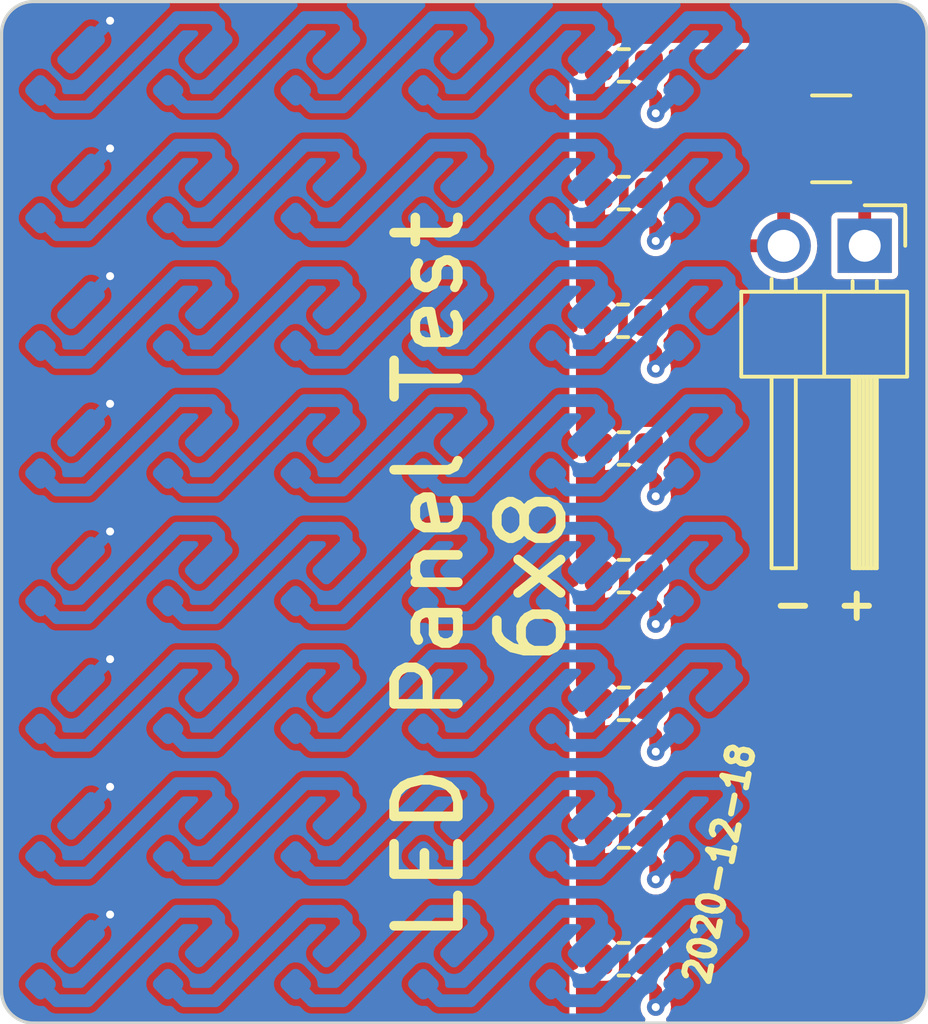
<source format=kicad_pcb>
(kicad_pcb (version 20221018) (generator pcbnew)
  (title_block (title "Led Panel") (date "2020-12-18") (rev "r1.0"))
  (layers (0 "F.Cu" signal) (31 "B.Cu" signal) (34 "B.Paste" user) (35 "F.Paste" user) (36 "B.SilkS" user "B.Silkscreen") (37 "F.SilkS" user "F.Silkscreen") (38 "B.Mask" user) (39 "F.Mask" user) (44 "Edge.Cuts" user))
  (net 0 "")
  (net 1 "GND")
  (net 2 "Net-(C1-Pad1)")
  (net 3 "Net-(D1-Pad1)")
  (net 4 "Net-(D5-Pad1)")
  (net 5 "Net-(D6-Pad1)")
  (net 6 "Net-(D7-Pad1)")
  (net 7 "Net-(D8-Pad1)")
  (net 8 "Net-(D2-Pad1)")
  (net 9 "Net-(D3-Pad1)")
  (net 10 "Net-(D4-Pad1)")
  (net 11 "Net-(D25-Pad1)")
  (net 12 "Net-(D26-Pad1)")
  (net 13 "Net-(D27-Pad1)")
  (net 14 "Net-(D10-Pad2)")
  (net 15 "Net-(D10-Pad1)")
  (net 16 "Net-(D11-Pad1)")
  (net 17 "Net-(D12-Pad1)")
  (net 18 "Net-(D13-Pad1)")
  (net 19 "Net-(D14-Pad1)")
  (net 20 "Net-(D15-Pad1)")
  (net 21 "Net-(D28-Pad1)")
  (net 22 "Net-(D16-Pad1)")
  (net 23 "Net-(D17-Pad1)")
  (net 24 "Net-(D29-Pad1)")
  (net 25 "Net-(D19-Pad1)")
  (net 26 "Net-(D20-Pad1)")
  (net 27 "Net-(D21-Pad1)")
  (net 28 "Net-(D30-Pad1)")
  (net 29 "Net-(D22-Pad1)")
  (net 30 "Net-(D23-Pad1)")
  (net 31 "Net-(D31-Pad1)")
  (net 32 "Net-(D18-Pad1)")
  (net 33 "Net-(D24-Pad1)")
  (net 34 "Net-(D32-Pad1)")
  (net 35 "Net-(D33-Pad1)")
  (net 36 "Net-(D34-Pad1)")
  (net 37 "Net-(D35-Pad1)")
  (net 38 "Net-(D36-Pad1)")
  (net 39 "Net-(D37-Pad1)")
  (net 40 "Net-(D38-Pad1)")
  (net 41 "Net-(D39-Pad1)")
  (net 42 "Net-(D40-Pad1)")
  (net 43 "Net-(D41-Pad1)")
  (net 44 "Net-(D42-Pad1)")
  (net 45 "Net-(D43-Pad1)")
  (net 46 "Net-(D44-Pad1)")
  (net 47 "Net-(D45-Pad1)")
  (net 48 "Net-(D46-Pad1)")
  (net 49 "Net-(D47-Pad1)")
  (net 50 "Net-(D48-Pad1)")
  (footprint "Resistor_SMD:R_0603_1608Metric" (layer "F.Cu") (at 177.5 100)
    (fp_text reference "R4" hide)
    (fp_text value "10R" hide)
  )
  (footprint "Resistor_SMD:R_0603_1608Metric" (layer "F.Cu") (at 177.5 112)
    (fp_text reference "R7" hide)
    (fp_text value "10R" hide)
  )
  (footprint "Resistor_SMD:R_0603_1608Metric" (layer "F.Cu") (at 177.5 92)
    (fp_text reference "R2" hide)
    (fp_text value "10R" hide)
  )
  (footprint "Connector_PinHeader_2.54mm:PinHeader_1x02_P2.54mm_Horizontal" (layer "F.Cu") (at 185.05 93.65 -90)
    (fp_text reference "J1" hide)
    (fp_text value "Conn_01x02_Male" hide)
  )
  (footprint "Resistor_SMD:R_0603_1608Metric" (layer "F.Cu") (at 177.475 96)
    (fp_text reference "R3" hide)
    (fp_text value "10R" hide)
  )
  (footprint "Capacitor_SMD:C_1210_3225Metric" (layer "F.Cu") (at 184 90.3 180)
    (fp_text reference "C1" hide)
    (fp_text value "22uF" hide)
  )
  (footprint "gkl_logos:gsd_logo_small" (layer "F.Cu") (at 184.5 116.5)
    (fp_text reference "G***" hide)
    (fp_text value "LOGO" hide)
  )
  (footprint "gkl_logos:oshw_small" (layer "F.Cu") (at 182.5 113)
    (fp_text reference "G***" hide)
    (fp_text value "LOGO" hide)
  )
  (footprint "Resistor_SMD:R_0603_1608Metric" (layer "F.Cu") (at 177.5 116)
    (fp_text reference "R8" hide)
    (fp_text value "10R" hide)
  )
  (footprint "Resistor_SMD:R_0603_1608Metric" (layer "F.Cu") (at 177.5 108)
    (fp_text reference "R6" hide)
    (fp_text value "10R" hide)
  )
  (footprint "Resistor_SMD:R_0603_1608Metric" (layer "F.Cu") (at 177.5 104)
    (fp_text reference "R5" hide)
    (fp_text value "10R" hide)
  )
  (footprint "Resistor_SMD:R_0603_1608Metric" (layer "F.Cu") (at 177.5 88)
    (fp_text reference "R1" hide)
    (fp_text value "10R" hide)
  )
  (footprint "gsd-footprints:LED_LUXEON_3014" (layer "B.Cu") (at 172 112 45)
    (fp_text reference "D40" hide)
    (fp_text value "LED_ALT" hide)
  )
  (footprint "gsd-footprints:LED_LUXEON_3014" (layer "B.Cu") (at 172 100 45)
    (fp_text reference "D22" hide)
    (fp_text value "LED_ALT" hide)
  )
  (footprint "gsd-footprints:LED_LUXEON_3014" (layer "B.Cu") (at 160 92 45)
    (fp_text reference "D7" hide)
    (fp_text value "LED_ALT" hide)
  )
  (footprint "gsd-footprints:LED_LUXEON_3014" (layer "B.Cu") (at 180 92 45)
    (fp_text reference "D12" hide)
    (fp_text value "LED_ALT" hide)
  )
  (footprint "gsd-footprints:LED_LUXEON_3014" (layer "B.Cu") (at 168 104 45)
    (fp_text reference "D27" hide)
    (fp_text value "LED_ALT" hide)
  )
  (footprint "gsd-footprints:LED_LUXEON_3014" (layer "B.Cu") (at 176 112 45)
    (fp_text reference "D41" hide)
    (fp_text value "LED_ALT" hide)
  )
  (footprint "gsd-footprints:LED_LUXEON_3014" (layer "B.Cu") (at 176 108 45)
    (fp_text reference "D35" hide)
    (fp_text value "LED_ALT" hide)
  )
  (footprint "gsd-footprints:LED_LUXEON_3014" (layer "B.Cu") (at 168 100 45)
    (fp_text reference "D21" hide)
    (fp_text value "LED_ALT" hide)
  )
  (footprint "gsd-footprints:LED_LUXEON_3014" (layer "B.Cu") (at 172 108 45)
    (fp_text reference "D34" hide)
    (fp_text value "LED_ALT" hide)
  )
  (footprint "gsd-footprints:LED_LUXEON_3014" (layer "B.Cu") (at 160 112 45)
    (fp_text reference "D37" hide)
    (fp_text value "LED_ALT" hide)
  )
  (footprint "gsd-footprints:LED_LUXEON_3014" (layer "B.Cu") (at 164 100 45)
    (fp_text reference "D20" hide)
    (fp_text value "LED_ALT" hide)
  )
  (footprint "gsd-footprints:LED_LUXEON_3014" (layer "B.Cu") (at 164 96 45)
    (fp_text reference "D14" hide)
    (fp_text value "LED_ALT" hide)
  )
  (footprint "gsd-footprints:LED_LUXEON_3014" (layer "B.Cu") (at 160 116 45)
    (fp_text reference "D43" hide)
    (fp_text value "LED_ALT" hide)
  )
  (footprint "gsd-footprints:LED_LUXEON_3014" (layer "B.Cu") (at 160 104 45)
    (fp_text reference "D25" hide)
    (fp_text value "LED_ALT" hide)
  )
  (footprint "gsd-footprints:LED_LUXEON_3014" (layer "B.Cu") (at 176 100 45)
    (fp_text reference "D23" hide)
    (fp_text value "LED_ALT" hide)
  )
  (footprint "gsd-footprints:LED_LUXEON_3014" (layer "B.Cu") (at 164 108 45)
    (fp_text reference "D32" hide)
    (fp_text value "LED_ALT" hide)
  )
  (footprint "gsd-footprints:LED_LUXEON_3014" (layer "B.Cu") (at 160 88 45)
    (fp_text reference "D1" hide)
    (fp_text value "LED_ALT" hide)
  )
  (footprint "gsd-footprints:LED_LUXEON_3014" (layer "B.Cu") (at 176 88 45)
    (fp_text reference "D5" hide)
    (fp_text value "LED_ALT" hide)
  )
  (footprint "gsd-footprints:LED_LUXEON_3014" (layer "B.Cu") (at 164 88 45)
    (fp_text reference "D2" hide)
    (fp_text value "LED_ALT" hide)
  )
  (footprint "gsd-footprints:LED_LUXEON_3014" (layer "B.Cu") (at 160 96 45)
    (fp_text reference "D13" hide)
    (fp_text value "LED_ALT" hide)
  )
  (footprint "gsd-footprints:LED_LUXEON_3014" (layer "B.Cu") (at 180 100 45)
    (fp_text reference "D24" hide)
    (fp_text value "LED_ALT" hide)
  )
  (footprint "gsd-footprints:LED_LUXEON_3014" (layer "B.Cu") (at 164 112 45)
    (fp_text reference "D38" hide)
    (fp_text value "LED_ALT" hide)
  )
  (footprint "gsd-footprints:LED_LUXEON_3014" (layer "B.Cu") (at 176 92 45)
    (fp_text reference "D11" hide)
    (fp_text value "LED_ALT" hide)
  )
  (footprint "gsd-footprints:LED_LUXEON_3014" (layer "B.Cu") (at 180 104 45)
    (fp_text reference "D30" hide)
    (fp_text value "LED_ALT" hide)
  )
  (footprint "gsd-footprints:LED_LUXEON_3014" (layer "B.Cu") (at 180 88 45)
    (fp_text reference "D6" hide)
    (fp_text value "LED_ALT" hide)
  )
  (footprint "gsd-footprints:LED_LUXEON_3014" (layer "B.Cu") (at 180 116 45)
    (fp_text reference "D48" hide)
    (fp_text value "LED_ALT" hide)
  )
  (footprint "gsd-footprints:LED_LUXEON_3014" (layer "B.Cu") (at 176 104 45)
    (fp_text reference "D29" hide)
    (fp_text value "LED_ALT" hide)
  )
  (footprint "gsd-footprints:LED_LUXEON_3014" (layer "B.Cu") (at 172 88 45)
    (fp_text reference "D4" hide)
    (fp_text value "LED_ALT" hide)
  )
  (footprint "gsd-footprints:LED_LUXEON_3014" (layer "B.Cu") (at 168 96 45)
    (fp_text reference "D15" hide)
    (fp_text value "LED_ALT" hide)
  )
  (footprint "gsd-footprints:LED_LUXEON_3014" (layer "B.Cu") (at 164 92 45)
    (fp_text reference "D8" hide)
    (fp_text value "LED_ALT" hide)
  )
  (footprint "gsd-footprints:LED_LUXEON_3014" (layer "B.Cu") (at 164 104 45)
    (fp_text reference "D26" hide)
    (fp_text value "LED_ALT" hide)
  )
  (footprint "gsd-footprints:LED_LUXEON_3014" (layer "B.Cu") (at 164 116 45)
    (fp_text reference "D44" hide)
    (fp_text value "LED_ALT" hide)
  )
  (footprint "gsd-footprints:LED_LUXEON_3014" (layer "B.Cu") (at 168 116 45)
    (fp_text reference "D45" hide)
    (fp_text value "LED_ALT" hide)
  )
  (footprint "gsd-footprints:LED_LUXEON_3014" (layer "B.Cu") (at 180 108 45)
    (fp_text reference "D36" hide)
    (fp_text value "LED_ALT" hide)
  )
  (footprint "gsd-footprints:LED_LUXEON_3014" (layer "B.Cu") (at 160 100 45)
    (fp_text reference "D19" hide)
    (fp_text value "LED_ALT" hide)
  )
  (footprint "gsd-footprints:LED_LUXEON_3014" (layer "B.Cu") (at 168 88 45)
    (fp_text reference "D3" hide)
    (fp_text value "LED_ALT" hide)
  )
  (footprint "gsd-footprints:LED_LUXEON_3014" (layer "B.Cu") (at 176 116 45)
    (fp_text reference "D47" hide)
    (fp_text value "LED_ALT" hide)
  )
  (footprint "gsd-footprints:LED_LUXEON_3014" (layer "B.Cu") (at 168 92 45)
    (fp_text reference "D9" hide)
    (fp_text value "LED_ALT" hide)
  )
  (footprint "gsd-footprints:LED_LUXEON_3014" (layer "B.Cu") (at 168 112 45)
    (fp_text reference "D39" hide)
    (fp_text value "LED_ALT" hide)
  )
  (footprint "gsd-footprints:LED_LUXEON_3014" (layer "B.Cu") (at 160 108 45)
    (fp_text reference "D31" hide)
    (fp_text value "LED_ALT" hide)
  )
  (footprint "gsd-footprints:LED_LUXEON_3014" (layer "B.Cu") (at 172 116 45)
    (fp_text reference "D46" hide)
    (fp_text value "LED_ALT" hide)
  )
  (footprint "gsd-footprints:LED_LUXEON_3014" (layer "B.Cu") (at 180 112 45)
    (fp_text reference "D42" hide)
    (fp_text value "LED_ALT" hide)
  )
  (footprint "gsd-footprints:LED_LUXEON_3014" (layer "B.Cu") (at 180 96 45)
    (fp_text reference "D18" hide)
    (fp_text value "LED_ALT" hide)
  )
  (footprint "gsd-footprints:LED_LUXEON_3014" (layer "B.Cu") (at 172 92 45)
    (fp_text reference "D10" hide)
    (fp_text value "LED_ALT" hide)
  )
  (footprint "gsd-footprints:LED_LUXEON_3014" (layer "B.Cu") (at 168 108 45)
    (fp_text reference "D33" hide)
    (fp_text value "LED_ALT" hide)
  )
  (footprint "gsd-footprints:LED_LUXEON_3014" (layer "B.Cu") (at 172 104 45)
    (fp_text reference "D28" hide)
    (fp_text value "LED_ALT" hide)
  )
  (footprint "gsd-footprints:LED_LUXEON_3014" (layer "B.Cu") (at 172 96 45)
    (fp_text reference "D16" hide)
    (fp_text value "LED_ALT" hide)
  )
  (footprint "gsd-footprints:LED_LUXEON_3014" (layer "B.Cu") (at 176 96 45)
    (fp_text reference "D17" hide)
    (fp_text value "LED_ALT" hide)
  )
  (gr_line (start 159 86) (end 186 86) (stroke (width 0.1)) (layer "Edge.Cuts"))
  (gr_arc (start 157.999999 86.999999) (mid 158.292893 86.292893) (end 159 86) (stroke (width 0.1)) (layer "Edge.Cuts"))
  (gr_arc (start 187 117) (mid 186.707107 117.707107) (end 186 118) (stroke (width 0.1)) (layer "Edge.Cuts"))
  (gr_arc (start 159 118) (mid 158.292893 117.707107) (end 158 117) (stroke (width 0.1)) (layer "Edge.Cuts"))
  (gr_arc (start 186 86) (mid 186.707107 86.292893) (end 187 87) (stroke (width 0.1)) (layer "Edge.Cuts"))
  (gr_line (start 186 118) (end 159 118) (stroke (width 0.1)) (layer "Edge.Cuts"))
  (gr_line (start 158 117) (end 157.999999 87.000001) (stroke (width 0.1)) (layer "Edge.Cuts"))
  (gr_line (start 187 87) (end 187 117) (stroke (width 0.1)) (layer "Edge.Cuts"))
  (gr_text "2020-12-18" (at 180.5 113 79) (layer "F.SilkS") (effects (font (size 0.8 0.75) (thickness 0.1875))))
  (gr_text "LED Panel Test\n6x8" (at 173 104 90) (layer "F.SilkS") (effects (font (size 2 2) (thickness 0.3))))
  (gr_text "+ -" (at 183.8 105 180) (layer "F.SilkS") (effects (font (size 1 1) (thickness 0.1875))))
  (segment (start 176.7125 94.5125) (end 176.7125 116) (width 0.4) (layer "F.Cu") (net 1))
  (segment (start 182.6 90.3) (end 182.6 92.1) (width 0.4) (layer "F.Cu") (net 1))
  (segment (start 180.55 93.65) (end 179.6875 94.5125) (width 0.4) (layer "F.Cu") (net 1))
  (segment (start 182.6 92.1) (end 182.51 92.19) (width 0.4) (layer "F.Cu") (net 1))
  (segment (start 182.51 93.65) (end 180.55 93.65) (width 0.4) (layer "F.Cu") (net 1))
  (segment (start 176.7125 88) (end 176.7125 94.5125) (width 0.4) (layer "F.Cu") (net 1))
  (segment (start 179.6875 94.5125) (end 176.7125 94.5125) (width 0.4) (layer "F.Cu") (net 1))
  (segment (start 182.51 92.19) (end 182.51 93.65) (width 0.4) (layer "F.Cu") (net 1))
  (segment (start 165.6 88.6) (end 161.4 88.6) (width 0.4) (layer "F.Cu") (net 2))
  (segment (start 161.4 86.6) (end 161.4 88.6) (width 0.4) (layer "F.Cu") (net 2))
  (segment (start 181.5 86.8) (end 184 86.8) (width 0.4) (layer "F.Cu") (net 2))
  (segment (start 161.4 90.6) (end 161.4 114.6) (width 0.4) (layer "F.Cu") (net 2))
  (segment (start 185.05 91.95) (end 185.05 93.65) (width 0.4) (layer "F.Cu") (net 2))
  (segment (start 184 86.8) (end 185.4 88.2) (width 0.4) (layer "F.Cu") (net 2))
  (segment (start 181.5 86.8) (end 167.4 86.8) (width 0.4) (layer "F.Cu") (net 2))
  (segment (start 167.4 86.8) (end 165.6 88.6) (width 0.4) (layer "F.Cu") (net 2))
  (segment (start 185.4 88.2) (end 185.4 90.3) (width 0.4) (layer "F.Cu") (net 2))
  (segment (start 185.4 90.3) (end 185.4 91.6) (width 0.4) (layer "F.Cu") (net 2))
  (segment (start 185.4 91.6) (end 185.05 91.95) (width 0.4) (layer "F.Cu") (net 2))
  (segment (start 161.4 88.6) (end 161.4 90.6) (width 0.4) (layer "F.Cu") (net 2))
  (via (at 161.4 86.6) (size 0.55) (drill 0.25) (layers "F.Cu" "B.Cu") (net 2))
  (via (at 161.4 110.6) (size 0.55) (drill 0.25) (layers "F.Cu" "B.Cu") (net 2))
  (via (at 161.4 114.6) (size 0.55) (drill 0.25) (layers "F.Cu" "B.Cu") (net 2))
  (via (at 161.4 90.6) (size 0.55) (drill 0.25) (layers "F.Cu" "B.Cu") (net 2))
  (via (at 161.4 94.6) (size 0.55) (drill 0.25) (layers "F.Cu" "B.Cu") (net 2))
  (via (at 161.4 106.6) (size 0.55) (drill 0.25) (layers "F.Cu" "B.Cu") (net 2))
  (via (at 161.4 98.6) (size 0.55) (drill 0.25) (layers "F.Cu" "B.Cu") (net 2))
  (via (at 161.4 102.6) (size 0.55) (drill 0.25) (layers "F.Cu" "B.Cu") (net 2))
  (segment (start 160.491439 103.508561) (end 161.4 102.6) (width 0.4) (layer "B.Cu") (net 2))
  (segment (start 160.491439 111.508561) (end 161.4 110.6) (width 0.4) (layer "B.Cu") (net 2))
  (segment (start 160.491439 95.508561) (end 161.4 94.6) (width 0.4) (layer "B.Cu") (net 2))
  (segment (start 160.491439 99.508561) (end 161.4 98.6) (width 0.4) (layer "B.Cu") (net 2))
  (segment (start 160.491439 115.508561) (end 161.4 114.6) (width 0.4) (layer "B.Cu") (net 2))
  (segment (start 160.491439 107.508561) (end 161.4 106.6) (width 0.4) (layer "B.Cu") (net 2))
  (segment (start 160.491439 87.508561) (end 161.4 86.6) (width 0.4) (layer "B.Cu") (net 2))
  (segment (start 160.491439 91.508561) (end 161.4 90.6) (width 0.4) (layer "B.Cu") (net 2))
  (segment (start 164.3 86.5) (end 164.6 86.5) (width 0.4) (layer "B.Cu") (net 3))
  (segment (start 164.3 86.5) (end 163.5 86.5) (width 0.4) (layer "B.Cu") (net 3))
  (segment (start 160.7 89.3) (end 159.737294 89.3) (width 0.4) (layer "B.Cu") (net 3))
  (segment (start 164.6 86.5) (end 164.8 86.7) (width 0.4) (layer "B.Cu") (net 3))
  (segment (start 164.8 87.2) (end 164.8 86.7) (width 0.4) (layer "B.Cu") (net 3))
  (segment (start 164.491439 87.508561) (end 164.8 87.2) (width 0.4) (layer "B.Cu") (net 3))
  (segment (start 163.5 86.5) (end 160.7 89.3) (width 0.4) (layer "B.Cu") (net 3))
  (segment (start 159.737294 89.3) (end 159.218647 88.781353) (width 0.4) (layer "B.Cu") (net 3))
  (segment (start 180.8 87.2) (end 180.8 86.7) (width 0.4) (layer "B.Cu") (net 4))
  (segment (start 176.7 89.3) (end 175.737294 89.3) (width 0.4) (layer "B.Cu") (net 4))
  (segment (start 180.491439 87.508561) (end 180.8 87.2) (width 0.4) (layer "B.Cu") (net 4))
  (segment (start 179.5 86.5) (end 176.7 89.3) (width 0.4) (layer "B.Cu") (net 4))
  (segment (start 180.3 86.5) (end 179.5 86.5) (width 0.4) (layer "B.Cu") (net 4))
  (segment (start 180.3 86.5) (end 180.6 86.5) (width 0.4) (layer "B.Cu") (net 4))
  (segment (start 180.6 86.5) (end 180.8 86.7) (width 0.4) (layer "B.Cu") (net 4))
  (segment (start 175.737294 89.3) (end 175.218647 88.781353) (width 0.4) (layer "B.Cu") (net 4))
  (segment (start 178.5 89) (end 178.5 89.5) (width 0.4) (layer "F.Cu") (net 5))
  (segment (start 178.2875 88) (end 178.3 88.0125) (width 0.4) (layer "F.Cu") (net 5))
  (segment (start 178.3 88.0125) (end 178.3 88.8) (width 0.4) (layer "F.Cu") (net 5))
  (segment (start 178.3 88.8) (end 178.5 89) (width 0.4) (layer "F.Cu") (net 5))
  (via (at 178.5 89.5) (size 0.55) (drill 0.25) (layers "F.Cu" "B.Cu") (net 5))
  (segment (start 178.5 89.5) (end 179.218647 88.781353) (width 0.4) (layer "B.Cu") (net 5))
  (segment (start 164.3 90.5) (end 164.6 90.5) (width 0.4) (layer "B.Cu") (net 6))
  (segment (start 164.6 90.5) (end 164.8 90.7) (width 0.4) (layer "B.Cu") (net 6))
  (segment (start 159.737294 93.3) (end 159.218647 92.781353) (width 0.4) (layer "B.Cu") (net 6))
  (segment (start 164.3 90.5) (end 163.5 90.5) (width 0.4) (layer "B.Cu") (net 6))
  (segment (start 160.7 93.3) (end 159.737294 93.3) (width 0.4) (layer "B.Cu") (net 6))
  (segment (start 164.491439 91.508561) (end 164.8 91.2) (width 0.4) (layer "B.Cu") (net 6))
  (segment (start 163.5 90.5) (end 160.7 93.3) (width 0.4) (layer "B.Cu") (net 6))
  (segment (start 164.8 91.2) (end 164.8 90.7) (width 0.4) (layer "B.Cu") (net 6))
  (segment (start 164.7 93.3) (end 163.737294 93.3) (width 0.4) (layer "B.Cu") (net 7))
  (segment (start 168.491439 91.508561) (end 168.8 91.2) (width 0.4) (layer "B.Cu") (net 7))
  (segment (start 168.8 91.2) (end 168.8 90.7) (width 0.4) (layer "B.Cu") (net 7))
  (segment (start 163.737294 93.3) (end 163.218647 92.781353) (width 0.4) (layer "B.Cu") (net 7))
  (segment (start 168.3 90.5) (end 168.6 90.5) (width 0.4) (layer "B.Cu") (net 7))
  (segment (start 168.6 90.5) (end 168.8 90.7) (width 0.4) (layer "B.Cu") (net 7))
  (segment (start 167.5 90.5) (end 164.7 93.3) (width 0.4) (layer "B.Cu") (net 7))
  (segment (start 168.3 90.5) (end 167.5 90.5) (width 0.4) (layer "B.Cu") (net 7))
  (segment (start 168.3 86.5) (end 168.6 86.5) (width 0.4) (layer "B.Cu") (net 8))
  (segment (start 168.3 86.5) (end 167.5 86.5) (width 0.4) (layer "B.Cu") (net 8))
  (segment (start 168.6 86.5) (end 168.8 86.7) (width 0.4) (layer "B.Cu") (net 8))
  (segment (start 163.737294 89.3) (end 163.218647 88.781353) (width 0.4) (layer "B.Cu") (net 8))
  (segment (start 168.491439 87.508561) (end 168.8 87.2) (width 0.4) (layer "B.Cu") (net 8))
  (segment (start 164.7 89.3) (end 163.737294 89.3) (width 0.4) (layer "B.Cu") (net 8))
  (segment (start 167.5 86.5) (end 164.7 89.3) (width 0.4) (layer "B.Cu") (net 8))
  (segment (start 168.8 87.2) (end 168.8 86.7) (width 0.4) (layer "B.Cu") (net 8))
  (segment (start 171.5 86.5) (end 168.7 89.3) (width 0.4) (layer "B.Cu") (net 9))
  (segment (start 172.6 86.5) (end 172.8 86.7) (width 0.4) (layer "B.Cu") (net 9))
  (segment (start 167.737294 89.3) (end 167.218647 88.781353) (width 0.4) (layer "B.Cu") (net 9))
  (segment (start 172.8 87.2) (end 172.8 86.7) (width 0.4) (layer "B.Cu") (net 9))
  (segment (start 172.3 86.5) (end 172.6 86.5) (width 0.4) (layer "B.Cu") (net 9))
  (segment (start 172.3 86.5) (end 171.5 86.5) (width 0.4) (layer "B.Cu") (net 9))
  (segment (start 168.7 89.3) (end 167.737294 89.3) (width 0.4) (layer "B.Cu") (net 9))
  (segment (start 172.491439 87.508561) (end 172.8 87.2) (width 0.4) (layer "B.Cu") (net 9))
  (segment (start 176.3 86.5) (end 176.6 86.5) (width 0.4) (layer "B.Cu") (net 10))
  (segment (start 176.6 86.5) (end 176.8 86.7) (width 0.4) (layer "B.Cu") (net 10))
  (segment (start 176.8 87.2) (end 176.8 86.7) (width 0.4) (layer "B.Cu") (net 10))
  (segment (start 176.3 86.5) (end 175.5 86.5) (width 0.4) (layer "B.Cu") (net 10))
  (segment (start 176.491439 87.508561) (end 176.8 87.2) (width 0.4) (layer "B.Cu") (net 10))
  (segment (start 172.7 89.3) (end 171.737294 89.3) (width 0.4) (layer "B.Cu") (net 10))
  (segment (start 175.5 86.5) (end 172.7 89.3) (width 0.4) (layer "B.Cu") (net 10))
  (segment (start 171.737294 89.3) (end 171.218647 88.781353) (width 0.4) (layer "B.Cu") (net 10))
  (segment (start 164.491439 103.508561) (end 164.8 103.2) (width 0.4) (layer "B.Cu") (net 11))
  (segment (start 160.7 105.3) (end 159.737294 105.3) (width 0.4) (layer "B.Cu") (net 11))
  (segment (start 163.5 102.5) (end 160.7 105.3) (width 0.4) (layer "B.Cu") (net 11))
  (segment (start 164.3 102.5) (end 163.5 102.5) (width 0.4) (layer "B.Cu") (net 11))
  (segment (start 164.8 103.2) (end 164.8 102.7) (width 0.4) (layer "B.Cu") (net 11))
  (segment (start 164.6 102.5) (end 164.8 102.7) (width 0.4) (layer "B.Cu") (net 11))
  (segment (start 159.737294 105.3) (end 159.218647 104.781353) (width 0.4) (layer "B.Cu") (net 11))
  (segment (start 164.3 102.5) (end 164.6 102.5) (width 0.4) (layer "B.Cu") (net 11))
  (segment (start 164.7 105.3) (end 163.737294 105.3) (width 0.4) (layer "B.Cu") (net 12))
  (segment (start 163.737294 105.3) (end 163.218647 104.781353) (width 0.4) (layer "B.Cu") (net 12))
  (segment (start 168.3 102.5) (end 168.6 102.5) (width 0.4) (layer "B.Cu") (net 12))
  (segment (start 168.491439 103.508561) (end 168.8 103.2) (width 0.4) (layer "B.Cu") (net 12))
  (segment (start 168.8 103.2) (end 168.8 102.7) (width 0.4) (layer "B.Cu") (net 12))
  (segment (start 168.6 102.5) (end 168.8 102.7) (width 0.4) (layer "B.Cu") (net 12))
  (segment (start 167.5 102.5) (end 164.7 105.3) (width 0.4) (layer "B.Cu") (net 12))
  (segment (start 168.3 102.5) (end 167.5 102.5) (width 0.4) (layer "B.Cu") (net 12))
  (segment (start 167.737294 105.3) (end 167.218647 104.781353) (width 0.4) (layer "B.Cu") (net 13))
  (segment (start 172.6 102.5) (end 172.8 102.7) (width 0.4) (layer "B.Cu") (net 13))
  (segment (start 171.5 102.5) (end 168.7 105.3) (width 0.4) (layer "B.Cu") (net 13))
  (segment (start 172.3 102.5) (end 171.5 102.5) (width 0.4) (layer "B.Cu") (net 13))
  (segment (start 168.7 105.3) (end 167.737294 105.3) (width 0.4) (layer "B.Cu") (net 13))
  (segment (start 172.8 103.2) (end 172.8 102.7) (width 0.4) (layer "B.Cu") (net 13))
  (segment (start 172.3 102.5) (end 172.6 102.5) (width 0.4) (layer "B.Cu") (net 13))
  (segment (start 172.491439 103.508561) (end 172.8 103.2) (width 0.4) (layer "B.Cu") (net 13))
  (segment (start 172.6 90.5) (end 172.8 90.7) (width 0.4) (layer "B.Cu") (net 14))
  (segment (start 171.5 90.5) (end 168.7 93.3) (width 0.4) (layer "B.Cu") (net 14))
  (segment (start 172.3 90.5) (end 172.6 90.5) (width 0.4) (layer "B.Cu") (net 14))
  (segment (start 172.3 90.5) (end 171.5 90.5) (width 0.4) (layer "B.Cu") (net 14))
  (segment (start 172.491439 91.508561) (end 172.8 91.2) (width 0.4) (layer "B.Cu") (net 14))
  (segment (start 167.737294 93.3) (end 167.218647 92.781353) (width 0.4) (layer "B.Cu") (net 14))
  (segment (start 172.8 91.2) (end 172.8 90.7) (width 0.4) (layer "B.Cu") (net 14))
  (segment (start 168.7 93.3) (end 167.737294 93.3) (width 0.4) (layer "B.Cu") (net 14))
  (segment (start 176.491439 91.508561) (end 176.8 91.2) (width 0.4) (layer "B.Cu") (net 15))
  (segment (start 176.8 91.2) (end 176.8 90.7) (width 0.4) (layer "B.Cu") (net 15))
  (segment (start 176.3 90.5) (end 176.6 90.5) (width 0.4) (layer "B.Cu") (net 15))
  (segment (start 176.6 90.5) (end 176.8 90.7) (width 0.4) (layer "B.Cu") (net 15))
  (segment (start 175.5 90.5) (end 172.7 93.3) (width 0.4) (layer "B.Cu") (net 15))
  (segment (start 172.7 93.3) (end 171.737294 93.3) (width 0.4) (layer "B.Cu") (net 15))
  (segment (start 176.3 90.5) (end 175.5 90.5) (width 0.4) (layer "B.Cu") (net 15))
  (segment (start 171.737294 93.3) (end 171.218647 92.781353) (width 0.4) (layer "B.Cu") (net 15))
  (segment (start 175.737294 93.3) (end 175.218647 92.781353) (width 0.4) (layer "B.Cu") (net 16))
  (segment (start 180.491439 91.508561) (end 180.8 91.2) (width 0.4) (layer "B.Cu") (net 16))
  (segment (start 180.3 90.5) (end 179.5 90.5) (width 0.4) (layer "B.Cu") (net 16))
  (segment (start 180.3 90.5) (end 180.6 90.5) (width 0.4) (layer "B.Cu") (net 16))
  (segment (start 176.7 93.3) (end 175.737294 93.3) (width 0.4) (layer "B.Cu") (net 16))
  (segment (start 180.6 90.5) (end 180.8 90.7) (width 0.4) (layer "B.Cu") (net 16))
  (segment (start 180.8 91.2) (end 180.8 90.7) (width 0.4) (layer "B.Cu") (net 16))
  (segment (start 179.5 90.5) (end 176.7 93.3) (width 0.4) (layer "B.Cu") (net 16))
  (segment (start 178.2875 92) (end 178.3 92.0125) (width 0.4) (layer "F.Cu") (net 17))
  (segment (start 178.3 92.8) (end 178.5 93) (width 0.4) (layer "F.Cu") (net 17))
  (segment (start 178.5 93) (end 178.5 93.5) (width 0.4) (layer "F.Cu") (net 17))
  (segment (start 178.3 92.0125) (end 178.3 92.8) (width 0.4) (layer "F.Cu") (net 17))
  (via (at 178.5 93.5) (size 0.55) (drill 0.25) (layers "F.Cu" "B.Cu") (net 17))
  (segment (start 178.5 93.5) (end 179.218647 92.781353) (width 0.4) (layer "B.Cu") (net 17))
  (segment (start 159.737294 97.3) (end 159.218647 96.781353) (width 0.4) (layer "B.Cu") (net 18))
  (segment (start 164.491439 95.508561) (end 164.8 95.2) (width 0.4) (layer "B.Cu") (net 18))
  (segment (start 164.6 94.5) (end 164.8 94.7) (width 0.4) (layer "B.Cu") (net 18))
  (segment (start 164.8 95.2) (end 164.8 94.7) (width 0.4) (layer "B.Cu") (net 18))
  (segment (start 163.5 94.5) (end 160.7 97.3) (width 0.4) (layer "B.Cu") (net 18))
  (segment (start 164.3 94.5) (end 163.5 94.5) (width 0.4) (layer "B.Cu") (net 18))
  (segment (start 160.7 97.3) (end 159.737294 97.3) (width 0.4) (layer "B.Cu") (net 18))
  (segment (start 164.3 94.5) (end 164.6 94.5) (width 0.4) (layer "B.Cu") (net 18))
  (segment (start 164.7 97.3) (end 163.737294 97.3) (width 0.4) (layer "B.Cu") (net 19))
  (segment (start 167.5 94.5) (end 164.7 97.3) (width 0.4) (layer "B.Cu") (net 19))
  (segment (start 168.6 94.5) (end 168.8 94.7) (width 0.4) (layer "B.Cu") (net 19))
  (segment (start 168.491439 95.508561) (end 168.8 95.2) (width 0.4) (layer "B.Cu") (net 19))
  (segment (start 168.3 94.5) (end 168.6 94.5) (width 0.4) (layer "B.Cu") (net 19))
  (segment (start 163.737294 97.3) (end 163.218647 96.781353) (width 0.4) (layer "B.Cu") (net 19))
  (segment (start 168.3 94.5) (end 167.5 94.5) (width 0.4) (layer "B.Cu") (net 19))
  (segment (start 168.8 95.2) (end 168.8 94.7) (width 0.4) (layer "B.Cu") (net 19))
  (segment (start 172.491439 95.508561) (end 172.8 95.2) (width 0.4) (layer "B.Cu") (net 20))
  (segment (start 171.5 94.5) (end 168.7 97.3) (width 0.4) (layer "B.Cu") (net 20))
  (segment (start 172.6 94.5) (end 172.8 94.7) (width 0.4) (layer "B.Cu") (net 20))
  (segment (start 168.7 97.3) (end 167.737294 97.3) (width 0.4) (layer "B.Cu") (net 20))
  (segment (start 172.3 94.5) (end 171.5 94.5) (width 0.4) (layer "B.Cu") (net 20))
  (segment (start 172.8 95.2) (end 172.8 94.7) (width 0.4) (layer "B.Cu") (net 20))
  (segment (start 172.3 94.5) (end 172.6 94.5) (width 0.4) (layer "B.Cu") (net 20))
  (segment (start 167.737294 97.3) (end 167.218647 96.781353) (width 0.4) (layer "B.Cu") (net 20))
  (segment (start 176.8 103.2) (end 176.8 102.7) (width 0.4) (layer "B.Cu") (net 21))
  (segment (start 176.3 102.5) (end 175.5 102.5) (width 0.4) (layer "B.Cu") (net 21))
  (segment (start 176.3 102.5) (end 176.6 102.5) (width 0.4) (layer "B.Cu") (net 21))
  (segment (start 176.491439 103.508561) (end 176.8 103.2) (width 0.4) (layer "B.Cu") (net 21))
  (segment (start 172.7 105.3) (end 171.737294 105.3) (width 0.4) (layer "B.Cu") (net 21))
  (segment (start 175.5 102.5) (end 172.7 105.3) (width 0.4) (layer "B.Cu") (net 21))
  (segment (start 176.6 102.5) (end 176.8 102.7) (width 0.4) (layer "B.Cu") (net 21))
  (segment (start 171.737294 105.3) (end 171.218647 104.781353) (width 0.4) (layer "B.Cu") (net 21))
  (segment (start 172.7 97.3) (end 171.737294 97.3) (width 0.4) (layer "B.Cu") (net 22))
  (segment (start 176.491439 95.508561) (end 176.8 95.2) (width 0.4) (layer "B.Cu") (net 22))
  (segment (start 176.3 94.5) (end 175.5 94.5) (width 0.4) (layer "B.Cu") (net 22))
  (segment (start 171.737294 97.3) (end 171.218647 96.781353) (width 0.4) (layer "B.Cu") (net 22))
  (segment (start 176.8 95.2) (end 176.8 94.7) (width 0.4) (layer "B.Cu") (net 22))
  (segment (start 176.6 94.5) (end 176.8 94.7) (width 0.4) (layer "B.Cu") (net 22))
  (segment (start 176.3 94.5) (end 176.6 94.5) (width 0.4) (layer "B.Cu") (net 22))
  (segment (start 175.5 94.5) (end 172.7 97.3) (width 0.4) (layer "B.Cu") (net 22))
  (segment (start 180.491439 95.508561) (end 180.8 95.2) (width 0.4) (layer "B.Cu") (net 23))
  (segment (start 180.3 94.5) (end 180.6 94.5) (width 0.4) (layer "B.Cu") (net 23))
  (segment (start 180.3 94.5) (end 179.5 94.5) (width 0.4) (layer "B.Cu") (net 23))
  (segment (start 176.7 97.3) (end 175.737294 97.3) (width 0.4) (layer "B.Cu") (net 23))
  (segment (start 180.8 95.2) (end 180.8 94.7) (width 0.4) (layer "B.Cu") (net 23))
  (segment (start 175.737294 97.3) (end 175.218647 96.781353) (width 0.4) (layer "B.Cu") (net 23))
  (segment (start 179.5 94.5) (end 176.7 97.3) (width 0.4) (layer "B.Cu") (net 23))
  (segment (start 180.6 94.5) (end 180.8 94.7) (width 0.4) (layer "B.Cu") (net 23))
  (segment (start 180.491439 103.508561) (end 180.8 103.2) (width 0.4) (layer "B.Cu") (net 24))
  (segment (start 180.8 103.2) (end 180.8 102.7) (width 0.4) (layer "B.Cu") (net 24))
  (segment (start 180.3 102.5) (end 179.5 102.5) (width 0.4) (layer "B.Cu") (net 24))
  (segment (start 175.737294 105.3) (end 175.218647 104.781353) (width 0.4) (layer "B.Cu") (net 24))
  (segment (start 180.6 102.5) (end 180.8 102.7) (width 0.4) (layer "B.Cu") (net 24))
  (segment (start 179.5 102.5) (end 176.7 105.3) (width 0.4) (layer "B.Cu") (net 24))
  (segment (start 180.3 102.5) (end 180.6 102.5) (width 0.4) (layer "B.Cu") (net 24))
  (segment (start 176.7 105.3) (end 175.737294 105.3) (width 0.4) (layer "B.Cu") (net 24))
  (segment (start 160.7 101.3) (end 159.737294 101.3) (width 0.4) (layer "B.Cu") (net 25))
  (segment (start 164.8 99.2) (end 164.8 98.7) (width 0.4) (layer "B.Cu") (net 25))
  (segment (start 164.491439 99.508561) (end 164.8 99.2) (width 0.4) (layer "B.Cu") (net 25))
  (segment (start 159.737294 101.3) (end 159.218647 100.781353) (width 0.4) (layer "B.Cu") (net 25))
  (segment (start 164.6 98.5) (end 164.8 98.7) (width 0.4) (layer "B.Cu") (net 25))
  (segment (start 163.5 98.5) (end 160.7 101.3) (width 0.4) (layer "B.Cu") (net 25))
  (segment (start 164.3 98.5) (end 164.6 98.5) (width 0.4) (layer "B.Cu") (net 25))
  (segment (start 164.3 98.5) (end 163.5 98.5) (width 0.4) (layer "B.Cu") (net 25))
  (segment (start 163.737294 101.3) (end 163.218647 100.781353) (width 0.4) (layer "B.Cu") (net 26))
  (segment (start 167.5 98.5) (end 164.7 101.3) (width 0.4) (layer "B.Cu") (net 26))
  (segment (start 164.7 101.3) (end 163.737294 101.3) (width 0.4) (layer "B.Cu") (net 26))
  (segment (start 168.3 98.5) (end 167.5 98.5) (width 0.4) (layer "B.Cu") (net 26))
  (segment (start 168.3 98.5) (end 168.6 98.5) (width 0.4) (layer "B.Cu") (net 26))
  (segment (start 168.491439 99.508561) (end 168.8 99.2) (width 0.4) (layer "B.Cu") (net 26))
  (segment (start 168.8 99.2) (end 168.8 98.7) (width 0.4) (layer "B.Cu") (net 26))
  (segment (start 168.6 98.5) (end 168.8 98.7) (width 0.4) (layer "B.Cu") (net 26))
  (segment (start 167.737294 101.3) (end 167.218647 100.781353) (width 0.4) (layer "B.Cu") (net 27))
  (segment (start 172.491439 99.508561) (end 172.8 99.2) (width 0.4) (layer "B.Cu") (net 27))
  (segment (start 172.8 99.2) (end 172.8 98.7) (width 0.4) (layer "B.Cu") (net 27))
  (segment (start 172.3 98.5) (end 172.6 98.5) (width 0.4) (layer "B.Cu") (net 27))
  (segment (start 172.6 98.5) (end 172.8 98.7) (width 0.4) (layer "B.Cu") (net 27))
  (segment (start 172.3 98.5) (end 171.5 98.5) (width 0.4) (layer "B.Cu") (net 27))
  (segment (start 168.7 101.3) (end 167.737294 101.3) (width 0.4) (layer "B.Cu") (net 27))
  (segment (start 171.5 98.5) (end 168.7 101.3) (width 0.4) (layer "B.Cu") (net 27))
  (segment (start 178.3 104.0125) (end 178.3 104.8) (width 0.4) (layer "F.Cu") (net 28))
  (segment (start 178.2875 104) (end 178.3 104.0125) (width 0.4) (layer "F.Cu") (net 28))
  (segment (start 178.5 105) (end 178.5 105.5) (width 0.4) (layer "F.Cu") (net 28))
  (segment (start 178.3 104.8) (end 178.5 105) (width 0.4) (layer "F.Cu") (net 28))
  (via (at 178.5 105.5) (size 0.55) (drill 0.25) (layers "F.Cu" "B.Cu") (net 28))
  (segment (start 178.5 105.5) (end 179.218647 104.781353) (width 0.4) (layer "B.Cu") (net 28))
  (segment (start 176.491439 99.508561) (end 176.8 99.2) (width 0.4) (layer "B.Cu") (net 29))
  (segment (start 176.3 98.5) (end 176.6 98.5) (width 0.4) (layer "B.Cu") (net 29))
  (segment (start 176.8 99.2) (end 176.8 98.7) (width 0.4) (layer "B.Cu") (net 29))
  (segment (start 176.6 98.5) (end 176.8 98.7) (width 0.4) (layer "B.Cu") (net 29))
  (segment (start 175.5 98.5) (end 172.7 101.3) (width 0.4) (layer "B.Cu") (net 29))
  (segment (start 171.737294 101.3) (end 171.218647 100.781353) (width 0.4) (layer "B.Cu") (net 29))
  (segment (start 172.7 101.3) (end 171.737294 101.3) (width 0.4) (layer "B.Cu") (net 29))
  (segment (start 176.3 98.5) (end 175.5 98.5) (width 0.4) (layer "B.Cu") (net 29))
  (segment (start 180.8 99.2) (end 180.8 98.7) (width 0.4) (layer "B.Cu") (net 30))
  (segment (start 180.3 98.5) (end 180.6 98.5) (width 0.4) (layer "B.Cu") (net 30))
  (segment (start 180.3 98.5) (end 179.5 98.5) (width 0.4) (layer "B.Cu") (net 30))
  (segment (start 180.491439 99.508561) (end 180.8 99.2) (width 0.4) (layer "B.Cu") (net 30))
  (segment (start 180.6 98.5) (end 180.8 98.7) (width 0.4) (layer "B.Cu") (net 30))
  (segment (start 175.737294 101.3) (end 175.218647 100.781353) (width 0.4) (layer "B.Cu") (net 30))
  (segment (start 176.7 101.3) (end 175.737294 101.3) (width 0.4) (layer "B.Cu") (net 30))
  (segment (start 179.5 98.5) (end 176.7 101.3) (width 0.4) (layer "B.Cu") (net 30))
  (segment (start 164.3 106.5) (end 163.5 106.5) (width 0.4) (layer "B.Cu") (net 31))
  (segment (start 159.737294 109.3) (end 159.218647 108.781353) (width 0.4) (layer "B.Cu") (net 31))
  (segment (start 164.491439 107.508561) (end 164.8 107.2) (width 0.4) (layer "B.Cu") (net 31))
  (segment (start 163.5 106.5) (end 160.7 109.3) (width 0.4) (layer "B.Cu") (net 31))
  (segment (start 164.3 106.5) (end 164.6 106.5) (width 0.4) (layer "B.Cu") (net 31))
  (segment (start 160.7 109.3) (end 159.737294 109.3) (width 0.4) (layer "B.Cu") (net 31))
  (segment (start 164.8 107.2) (end 164.8 106.7) (width 0.4) (layer "B.Cu") (net 31))
  (segment (start 164.6 106.5) (end 164.8 106.7) (width 0.4) (layer "B.Cu") (net 31))
  (segment (start 178.3 96.8) (end 178.5 97) (width 0.4) (layer "F.Cu") (net 32))
  (segment (start 178.2875 96) (end 178.3 96.0125) (width 0.4) (layer "F.Cu") (net 32))
  (segment (start 178.5 97) (end 178.5 97.5) (width 0.4) (layer "F.Cu") (net 32))
  (segment (start 178.3 96.0125) (end 178.3 96.8) (width 0.4) (layer "F.Cu") (net 32))
  (via (at 178.5 97.5) (size 0.55) (drill 0.25) (layers "F.Cu" "B.Cu") (net 32))
  (segment (start 178.5 97.5) (end 179.218647 96.781353) (width 0.4) (layer "B.Cu") (net 32))
  (segment (start 178.3 100.0125) (end 178.3 100.8) (width 0.4) (layer "F.Cu") (net 33))
  (segment (start 178.5 101) (end 178.5 101.5) (width 0.4) (layer "F.Cu") (net 33))
  (segment (start 178.3 100.8) (end 178.5 101) (width 0.4) (layer "F.Cu") (net 33))
  (segment (start 178.2875 100) (end 178.3 100.0125) (width 0.4) (layer "F.Cu") (net 33))
  (via (at 178.5 101.5) (size 0.55) (drill 0.25) (layers "F.Cu" "B.Cu") (net 33))
  (segment (start 178.5 101.5) (end 179.218647 100.781353) (width 0.4) (layer "B.Cu") (net 33))
  (segment (start 163.737294 109.3) (end 163.218647 108.781353) (width 0.4) (layer "B.Cu") (net 34))
  (segment (start 167.5 106.5) (end 164.7 109.3) (width 0.4) (layer "B.Cu") (net 34))
  (segment (start 168.491439 107.508561) (end 168.8 107.2) (width 0.4) (layer "B.Cu") (net 34))
  (segment (start 164.7 109.3) (end 163.737294 109.3) (width 0.4) (layer "B.Cu") (net 34))
  (segment (start 168.3 106.5) (end 167.5 106.5) (width 0.4) (layer "B.Cu") (net 34))
  (segment (start 168.3 106.5) (end 168.6 106.5) (width 0.4) (layer "B.Cu") (net 34))
  (segment (start 168.8 107.2) (end 168.8 106.7) (width 0.4) (layer "B.Cu") (net 34))
  (segment (start 168.6 106.5) (end 168.8 106.7) (width 0.4) (layer "B.Cu") (net 34))
  (segment (start 171.5 106.5) (end 168.7 109.3) (width 0.4) (layer "B.Cu") (net 35))
  (segment (start 167.737294 109.3) (end 167.218647 108.781353) (width 0.4) (layer "B.Cu") (net 35))
  (segment (start 168.7 109.3) (end 167.737294 109.3) (width 0.4) (layer "B.Cu") (net 35))
  (segment (start 172.8 107.2) (end 172.8 106.7) (width 0.4) (layer "B.Cu") (net 35))
  (segment (start 172.6 106.5) (end 172.8 106.7) (width 0.4) (layer "B.Cu") (net 35))
  (segment (start 172.491439 107.508561) (end 172.8 107.2) (width 0.4) (layer "B.Cu") (net 35))
  (segment (start 172.3 106.5) (end 172.6 106.5) (width 0.4) (layer "B.Cu") (net 35))
  (segment (start 172.3 106.5) (end 171.5 106.5) (width 0.4) (layer "B.Cu") (net 35))
  (segment (start 171.737294 109.3) (end 171.218647 108.781353) (width 0.4) (layer "B.Cu") (net 36))
  (segment (start 176.6 106.5) (end 176.8 106.7) (width 0.4) (layer "B.Cu") (net 36))
  (segment (start 175.5 106.5) (end 172.7 109.3) (width 0.4) (layer "B.Cu") (net 36))
  (segment (start 176.3 106.5) (end 175.5 106.5) (width 0.4) (layer "B.Cu") (net 36))
  (segment (start 176.491439 107.508561) (end 176.8 107.2) (width 0.4) (layer "B.Cu") (net 36))
  (segment (start 172.7 109.3) (end 171.737294 109.3) (width 0.4) (layer "B.Cu") (net 36))
  (segment (start 176.8 107.2) (end 176.8 106.7) (width 0.4) (layer "B.Cu") (net 36))
  (segment (start 176.3 106.5) (end 176.6 106.5) (width 0.4) (layer "B.Cu") (net 36))
  (segment (start 176.7 109.3) (end 175.737294 109.3) (width 0.4) (layer "B.Cu") (net 37))
  (segment (start 180.3 106.5) (end 179.5 106.5) (width 0.4) (layer "B.Cu") (net 37))
  (segment (start 180.3 106.5) (end 180.6 106.5) (width 0.4) (layer "B.Cu") (net 37))
  (segment (start 180.491439 107.508561) (end 180.8 107.2) (width 0.4) (layer "B.Cu") (net 37))
  (segment (start 175.737294 109.3) (end 175.218647 108.781353) (width 0.4) (layer "B.Cu") (net 37))
  (segment (start 180.8 107.2) (end 180.8 106.7) (width 0.4) (layer "B.Cu") (net 37))
  (segment (start 179.5 106.5) (end 176.7 109.3) (width 0.4) (layer "B.Cu") (net 37))
  (segment (start 180.6 106.5) (end 180.8 106.7) (width 0.4) (layer "B.Cu") (net 37))
  (segment (start 178.2875 108) (end 178.3 108.0125) (width 0.4) (layer "F.Cu") (net 38))
  (segment (start 178.3 108.0125) (end 178.3 108.8) (width 0.4) (layer "F.Cu") (net 38))
  (segment (start 178.5 109) (end 178.5 109.5) (width 0.4) (layer "F.Cu") (net 38))
  (segment (start 178.3 108.8) (end 178.5 109) (width 0.4) (layer "F.Cu") (net 38))
  (via (at 178.5 109.5) (size 0.55) (drill 0.25) (layers "F.Cu" "B.Cu") (net 38))
  (segment (start 178.5 109.5) (end 179.218647 108.781353) (width 0.4) (layer "B.Cu") (net 38))
  (segment (start 163.5 110.5) (end 160.7 113.3) (width 0.4) (layer "B.Cu") (net 39))
  (segment (start 164.3 110.5) (end 164.6 110.5) (width 0.4) (layer "B.Cu") (net 39))
  (segment (start 164.3 110.5) (end 163.5 110.5) (width 0.4) (layer "B.Cu") (net 39))
  (segment (start 164.8 111.2) (end 164.8 110.7) (width 0.4) (layer "B.Cu") (net 39))
  (segment (start 164.491439 111.508561) (end 164.8 111.2) (width 0.4) (layer "B.Cu") (net 39))
  (segment (start 160.7 113.3) (end 159.737294 113.3) (width 0.4) (layer "B.Cu") (net 39))
  (segment (start 164.6 110.5) (end 164.8 110.7) (width 0.4) (layer "B.Cu") (net 39))
  (segment (start 159.737294 113.3) (end 159.218647 112.781353) (width 0.4) (layer "B.Cu") (net 39))
  (segment (start 167.5 110.5) (end 164.7 113.3) (width 0.4) (layer "B.Cu") (net 40))
  (segment (start 168.3 110.5) (end 167.5 110.5) (width 0.4) (layer "B.Cu") (net 40))
  (segment (start 168.6 110.5) (end 168.8 110.7) (width 0.4) (layer "B.Cu") (net 40))
  (segment (start 163.737294 113.3) (end 163.218647 112.781353) (width 0.4) (layer "B.Cu") (net 40))
  (segment (start 168.8 111.2) (end 168.8 110.7) (width 0.4) (layer "B.Cu") (net 40))
  (segment (start 168.491439 111.508561) (end 168.8 111.2) (width 0.4) (layer "B.Cu") (net 40))
  (segment (start 168.3 110.5) (end 168.6 110.5) (width 0.4) (layer "B.Cu") (net 40))
  (segment (start 164.7 113.3) (end 163.737294 113.3) (width 0.4) (layer "B.Cu") (net 40))
  (segment (start 172.491439 111.508561) (end 172.8 111.2) (width 0.4) (layer "B.Cu") (net 41))
  (segment (start 172.8 111.2) (end 172.8 110.7) (width 0.4) (layer "B.Cu") (net 41))
  (segment (start 171.5 110.5) (end 168.7 113.3) (width 0.4) (layer "B.Cu") (net 41))
  (segment (start 172.3 110.5) (end 171.5 110.5) (width 0.4) (layer "B.Cu") (net 41))
  (segment (start 168.7 113.3) (end 167.737294 113.3) (width 0.4) (layer "B.Cu") (net 41))
  (segment (start 172.6 110.5) (end 172.8 110.7) (width 0.4) (layer "B.Cu") (net 41))
  (segment (start 172.3 110.5) (end 172.6 110.5) (width 0.4) (layer "B.Cu") (net 41))
  (segment (start 167.737294 113.3) (end 167.218647 112.781353) (width 0.4) (layer "B.Cu") (net 41))
  (segment (start 176.8 111.2) (end 176.8 110.7) (width 0.4) (layer "B.Cu") (net 42))
  (segment (start 175.5 110.5) (end 172.7 113.3) (width 0.4) (layer "B.Cu") (net 42))
  (segment (start 176.3 110.5) (end 176.6 110.5) (width 0.4) (layer "B.Cu") (net 42))
  (segment (start 176.491439 111.508561) (end 176.8 111.2) (width 0.4) (layer "B.Cu") (net 42))
  (segment (start 176.6 110.5) (end 176.8 110.7) (width 0.4) (layer "B.Cu") (net 42))
  (segment (start 172.7 113.3) (end 171.737294 113.3) (width 0.4) (layer "B.Cu") (net 42))
  (segment (start 176.3 110.5) (end 175.5 110.5) (width 0.4) (layer "B.Cu") (net 42))
  (segment (start 171.737294 113.3) (end 171.218647 112.781353) (width 0.4) (layer "B.Cu") (net 42))
  (segment (start 180.3 110.5) (end 179.5 110.5) (width 0.4) (layer "B.Cu") (net 43))
  (segment (start 180.6 110.5) (end 180.8 110.7) (width 0.4) (layer "B.Cu") (net 43))
  (segment (start 180.3 110.5) (end 180.6 110.5) (width 0.4) (layer "B.Cu") (net 43))
  (segment (start 180.8 111.2) (end 180.8 110.7) (width 0.4) (layer "B.Cu") (net 43))
  (segment (start 180.491439 111.508561) (end 180.8 111.2) (width 0.4) (layer "B.Cu") (net 43))
  (segment (start 179.5 110.5) (end 176.7 113.3) (width 0.4) (layer "B.Cu") (net 43))
  (segment (start 175.737294 113.3) (end 175.218647 112.781353) (width 0.4) (layer "B.Cu") (net 43))
  (segment (start 176.7 113.3) (end 175.737294 113.3) (width 0.4) (layer "B.Cu") (net 43))
  (segment (start 178.3 112.0125) (end 178.3 112.8) (width 0.4) (layer "F.Cu") (net 44))
  (segment (start 178.5 113) (end 178.5 113.5) (width 0.4) (layer "F.Cu") (net 44))
  (segment (start 178.2875 112) (end 178.3 112.0125) (width 0.4) (layer "F.Cu") (net 44))
  (segment (start 178.3 112.8) (end 178.5 113) (width 0.4) (layer "F.Cu") (net 44))
  (via (at 178.5 113.5) (size 0.55) (drill 0.25) (layers "F.Cu" "B.Cu") (net 44))
  (segment (start 178.5 113.5) (end 179.218647 112.781353) (width 0.4) (layer "B.Cu") (net 44))
  (segment (start 164.6 114.5) (end 164.8 114.7) (width 0.4) (layer "B.Cu") (net 45))
  (segment (start 164.3 114.5) (end 163.5 114.5) (width 0.4) (layer "B.Cu") (net 45))
  (segment (start 164.8 115.2) (end 164.8 114.7) (width 0.4) (layer "B.Cu") (net 45))
  (segment (start 164.3 114.5) (end 164.6 114.5) (width 0.4) (layer "B.Cu") (net 45))
  (segment (start 163.5 114.5) (end 160.7 117.3) (width 0.4) (layer "B.Cu") (net 45))
  (segment (start 160.7 117.3) (end 159.737294 117.3) (width 0.4) (layer "B.Cu") (net 45))
  (segment (start 159.737294 117.3) (end 159.218647 116.781353) (width 0.4) (layer "B.Cu") (net 45))
  (segment (start 164.491439 115.508561) (end 164.8 115.2) (width 0.4) (layer "B.Cu") (net 45))
  (segment (start 164.7 117.3) (end 163.737294 117.3) (width 0.4) (layer "B.Cu") (net 46))
  (segment (start 168.491439 115.508561) (end 168.8 115.2) (width 0.4) (layer "B.Cu") (net 46))
  (segment (start 167.5 114.5) (end 164.7 117.3) (width 0.4) (layer "B.Cu") (net 46))
  (segment (start 168.3 114.5) (end 168.6 114.5) (width 0.4) (layer "B.Cu") (net 46))
  (segment (start 168.6 114.5) (end 168.8 114.7) (width 0.4) (layer "B.Cu") (net 46))
  (segment (start 168.3 114.5) (end 167.5 114.5) (width 0.4) (layer "B.Cu") (net 46))
  (segment (start 168.8 115.2) (end 168.8 114.7) (width 0.4) (layer "B.Cu") (net 46))
  (segment (start 163.737294 117.3) (end 163.218647 116.781353) (width 0.4) (layer "B.Cu") (net 46))
  (segment (start 167.737294 117.3) (end 167.218647 116.781353) (width 0.4) (layer "B.Cu") (net 47))
  (segment (start 172.3 114.5) (end 172.6 114.5) (width 0.4) (layer "B.Cu") (net 47))
  (segment (start 172.491439 115.508561) (end 172.8 115.2) (width 0.4) (layer "B.Cu") (net 47))
  (segment (start 171.5 114.5) (end 168.7 117.3) (width 0.4) (layer "B.Cu") (net 47))
  (segment (start 172.8 115.2) (end 172.8 114.7) (width 0.4) (layer "B.Cu") (net 47))
  (segment (start 168.7 117.3) (end 167.737294 117.3) (width 0.4) (layer "B.Cu") (net 47))
  (segment (start 172.3 114.5) (end 171.5 114.5) (width 0.4) (layer "B.Cu") (net 47))
  (segment (start 172.6 114.5) (end 172.8 114.7) (width 0.4) (layer "B.Cu") (net 47))
  (segment (start 175.5 114.5) (end 172.7 117.3) (width 0.4) (layer "B.Cu") (net 48))
  (segment (start 176.3 114.5) (end 175.5 114.5) (width 0.4) (layer "B.Cu") (net 48))
  (segment (start 176.6 114.5) (end 176.8 114.7) (width 0.4) (layer "B.Cu") (net 48))
  (segment (start 176.3 114.5) (end 176.6 114.5) (width 0.4) (layer "B.Cu") (net 48))
  (segment (start 176.8 115.2) (end 176.8 114.7) (width 0.4) (layer "B.Cu") (net 48))
  (segment (start 171.737294 117.3) (end 171.218647 116.781353) (width 0.4) (layer "B.Cu") (net 48))
  (segment (start 176.491439 115.508561) (end 176.8 115.2) (width 0.4) (layer "B.Cu") (net 48))
  (segment (start 172.7 117.3) (end 171.737294 117.3) (width 0.4) (layer "B.Cu") (net 48))
  (segment (start 180.6 114.5) (end 180.8 114.7) (width 0.4) (layer "B.Cu") (net 49))
  (segment (start 179.5 114.5) (end 176.7 117.3) (width 0.4) (layer "B.Cu") (net 49))
  (segment (start 180.3 114.5) (end 179.5 114.5) (width 0.4) (layer "B.Cu") (net 49))
  (segment (start 176.7 117.3) (end 175.737294 117.3) (width 0.4) (layer "B.Cu") (net 49))
  (segment (start 180.3 114.5) (end 180.6 114.5) (width 0.4) (layer "B.Cu") (net 49))
  (segment (start 180.8 115.2) (end 180.8 114.7) (width 0.4) (layer "B.Cu") (net 49))
  (segment (start 180.491439 115.508561) (end 180.8 115.2) (width 0.4) (layer "B.Cu") (net 49))
  (segment (start 175.737294 117.3) (end 175.218647 116.781353) (width 0.4) (layer "B.Cu") (net 49))
  (segment (start 178.3 116.0125) (end 178.3 116.8) (width 0.4) (layer "F.Cu") (net 50))
  (segment (start 178.5 117) (end 178.5 117.5) (width 0.4) (layer "F.Cu") (net 50))
  (segment (start 178.2875 116) (end 178.3 116.0125) (width 0.4) (layer "F.Cu") (net 50))
  (segment (start 178.3 116.8) (end 178.5 117) (width 0.4) (layer "F.Cu") (net 50))
  (via (at 178.5 117.5) (size 0.55) (drill 0.25) (layers "F.Cu" "B.Cu") (net 50))
  (segment (start 178.5 117.5) (end 179.218647 116.781353) (width 0.4) (layer "B.Cu") (net 50))
  (zone (net 1) (net_name "GND") (layer "F.Cu") (priority 3) (connect_pads no (clearance 0.2)) (min_thickness 0.2) (fill yes (thermal_gap 0.2) (thermal_bridge_width 0.2))
    (polygon (pts (xy 183.5 88.5) (xy 183.5 96) (xy 187 96) (xy 187 118) (xy 176 118) (xy 176 87.5) (xy 182.5 87.5)))
  )
  (zone (net 2) (net_name "Net-(C1-Pad1)") (layer "F.Cu") (priority 1) (connect_pads no (clearance 0.2)) (min_thickness 0.2) (fill yes (thermal_gap 0.2) (thermal_bridge_width 0.2))
    (polygon (pts (xy 187 118) (xy 158 118) (xy 158 86) (xy 187 86)))
  )
  (zone (net 2) (net_name "Net-(C1-Pad1)") (layer "B.Cu") (priority 1) (connect_pads no (clearance 0.2)) (min_thickness 0.2) (fill yes (thermal_gap 0.2) (thermal_bridge_width 0.2))
    (polygon (pts (xy 187 118) (xy 158 118) (xy 158 86) (xy 187 86)))
  )
)
</source>
